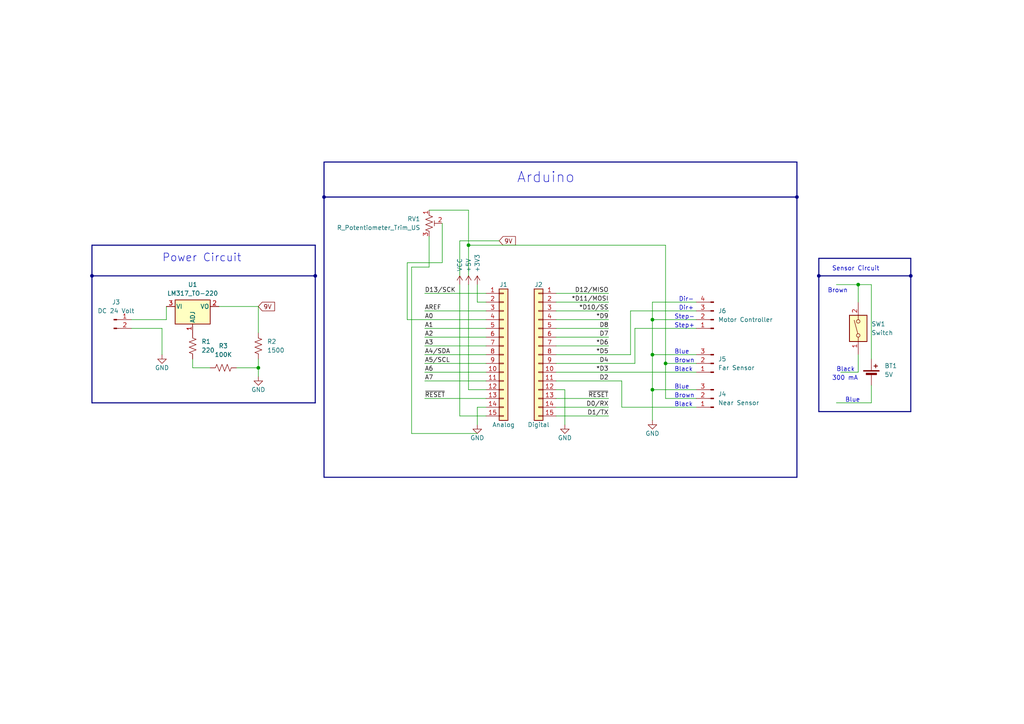
<source format=kicad_sch>
(kicad_sch (version 20230121) (generator eeschema)

  (uuid 0d35483a-0b12-46cc-b9f2-896fd6831779)

  (paper "A4")

  (title_block
    (date "sam. 04 avril 2015")
  )

  (lib_symbols
    (symbol "Connector:Conn_01x02_Pin" (pin_names (offset 1.016) hide) (in_bom yes) (on_board yes)
      (property "Reference" "J" (at 0 2.54 0)
        (effects (font (size 1.27 1.27)))
      )
      (property "Value" "Conn_01x02_Pin" (at 0 -5.08 0)
        (effects (font (size 1.27 1.27)))
      )
      (property "Footprint" "" (at 0 0 0)
        (effects (font (size 1.27 1.27)) hide)
      )
      (property "Datasheet" "~" (at 0 0 0)
        (effects (font (size 1.27 1.27)) hide)
      )
      (property "ki_locked" "" (at 0 0 0)
        (effects (font (size 1.27 1.27)))
      )
      (property "ki_keywords" "connector" (at 0 0 0)
        (effects (font (size 1.27 1.27)) hide)
      )
      (property "ki_description" "Generic connector, single row, 01x02, script generated" (at 0 0 0)
        (effects (font (size 1.27 1.27)) hide)
      )
      (property "ki_fp_filters" "Connector*:*_1x??_*" (at 0 0 0)
        (effects (font (size 1.27 1.27)) hide)
      )
      (symbol "Conn_01x02_Pin_1_1"
        (polyline
          (pts
            (xy 1.27 -2.54)
            (xy 0.8636 -2.54)
          )
          (stroke (width 0.1524) (type default))
          (fill (type none))
        )
        (polyline
          (pts
            (xy 1.27 0)
            (xy 0.8636 0)
          )
          (stroke (width 0.1524) (type default))
          (fill (type none))
        )
        (rectangle (start 0.8636 -2.413) (end 0 -2.667)
          (stroke (width 0.1524) (type default))
          (fill (type outline))
        )
        (rectangle (start 0.8636 0.127) (end 0 -0.127)
          (stroke (width 0.1524) (type default))
          (fill (type outline))
        )
        (pin passive line (at 5.08 0 180) (length 3.81)
          (name "Pin_1" (effects (font (size 1.27 1.27))))
          (number "1" (effects (font (size 1.27 1.27))))
        )
        (pin passive line (at 5.08 -2.54 180) (length 3.81)
          (name "Pin_2" (effects (font (size 1.27 1.27))))
          (number "2" (effects (font (size 1.27 1.27))))
        )
      )
    )
    (symbol "Connector:Conn_01x03_Pin" (pin_names (offset 1.016) hide) (in_bom yes) (on_board yes)
      (property "Reference" "J" (at 0 5.08 0)
        (effects (font (size 1.27 1.27)))
      )
      (property "Value" "Conn_01x03_Pin" (at 0 -5.08 0)
        (effects (font (size 1.27 1.27)))
      )
      (property "Footprint" "" (at 0 0 0)
        (effects (font (size 1.27 1.27)) hide)
      )
      (property "Datasheet" "~" (at 0 0 0)
        (effects (font (size 1.27 1.27)) hide)
      )
      (property "ki_locked" "" (at 0 0 0)
        (effects (font (size 1.27 1.27)))
      )
      (property "ki_keywords" "connector" (at 0 0 0)
        (effects (font (size 1.27 1.27)) hide)
      )
      (property "ki_description" "Generic connector, single row, 01x03, script generated" (at 0 0 0)
        (effects (font (size 1.27 1.27)) hide)
      )
      (property "ki_fp_filters" "Connector*:*_1x??_*" (at 0 0 0)
        (effects (font (size 1.27 1.27)) hide)
      )
      (symbol "Conn_01x03_Pin_1_1"
        (polyline
          (pts
            (xy 1.27 -2.54)
            (xy 0.8636 -2.54)
          )
          (stroke (width 0.1524) (type default))
          (fill (type none))
        )
        (polyline
          (pts
            (xy 1.27 0)
            (xy 0.8636 0)
          )
          (stroke (width 0.1524) (type default))
          (fill (type none))
        )
        (polyline
          (pts
            (xy 1.27 2.54)
            (xy 0.8636 2.54)
          )
          (stroke (width 0.1524) (type default))
          (fill (type none))
        )
        (rectangle (start 0.8636 -2.413) (end 0 -2.667)
          (stroke (width 0.1524) (type default))
          (fill (type outline))
        )
        (rectangle (start 0.8636 0.127) (end 0 -0.127)
          (stroke (width 0.1524) (type default))
          (fill (type outline))
        )
        (rectangle (start 0.8636 2.667) (end 0 2.413)
          (stroke (width 0.1524) (type default))
          (fill (type outline))
        )
        (pin passive line (at 5.08 2.54 180) (length 3.81)
          (name "Pin_1" (effects (font (size 1.27 1.27))))
          (number "1" (effects (font (size 1.27 1.27))))
        )
        (pin passive line (at 5.08 0 180) (length 3.81)
          (name "Pin_2" (effects (font (size 1.27 1.27))))
          (number "2" (effects (font (size 1.27 1.27))))
        )
        (pin passive line (at 5.08 -2.54 180) (length 3.81)
          (name "Pin_3" (effects (font (size 1.27 1.27))))
          (number "3" (effects (font (size 1.27 1.27))))
        )
      )
    )
    (symbol "Connector:Conn_01x04_Pin" (pin_names (offset 1.016) hide) (in_bom yes) (on_board yes)
      (property "Reference" "J" (at 0 5.08 0)
        (effects (font (size 1.27 1.27)))
      )
      (property "Value" "Conn_01x04_Pin" (at 0 -7.62 0)
        (effects (font (size 1.27 1.27)))
      )
      (property "Footprint" "" (at 0 0 0)
        (effects (font (size 1.27 1.27)) hide)
      )
      (property "Datasheet" "~" (at 0 0 0)
        (effects (font (size 1.27 1.27)) hide)
      )
      (property "ki_locked" "" (at 0 0 0)
        (effects (font (size 1.27 1.27)))
      )
      (property "ki_keywords" "connector" (at 0 0 0)
        (effects (font (size 1.27 1.27)) hide)
      )
      (property "ki_description" "Generic connector, single row, 01x04, script generated" (at 0 0 0)
        (effects (font (size 1.27 1.27)) hide)
      )
      (property "ki_fp_filters" "Connector*:*_1x??_*" (at 0 0 0)
        (effects (font (size 1.27 1.27)) hide)
      )
      (symbol "Conn_01x04_Pin_1_1"
        (polyline
          (pts
            (xy 1.27 -5.08)
            (xy 0.8636 -5.08)
          )
          (stroke (width 0.1524) (type default))
          (fill (type none))
        )
        (polyline
          (pts
            (xy 1.27 -2.54)
            (xy 0.8636 -2.54)
          )
          (stroke (width 0.1524) (type default))
          (fill (type none))
        )
        (polyline
          (pts
            (xy 1.27 0)
            (xy 0.8636 0)
          )
          (stroke (width 0.1524) (type default))
          (fill (type none))
        )
        (polyline
          (pts
            (xy 1.27 2.54)
            (xy 0.8636 2.54)
          )
          (stroke (width 0.1524) (type default))
          (fill (type none))
        )
        (rectangle (start 0.8636 -4.953) (end 0 -5.207)
          (stroke (width 0.1524) (type default))
          (fill (type outline))
        )
        (rectangle (start 0.8636 -2.413) (end 0 -2.667)
          (stroke (width 0.1524) (type default))
          (fill (type outline))
        )
        (rectangle (start 0.8636 0.127) (end 0 -0.127)
          (stroke (width 0.1524) (type default))
          (fill (type outline))
        )
        (rectangle (start 0.8636 2.667) (end 0 2.413)
          (stroke (width 0.1524) (type default))
          (fill (type outline))
        )
        (pin passive line (at 5.08 2.54 180) (length 3.81)
          (name "Pin_1" (effects (font (size 1.27 1.27))))
          (number "1" (effects (font (size 1.27 1.27))))
        )
        (pin passive line (at 5.08 0 180) (length 3.81)
          (name "Pin_2" (effects (font (size 1.27 1.27))))
          (number "2" (effects (font (size 1.27 1.27))))
        )
        (pin passive line (at 5.08 -2.54 180) (length 3.81)
          (name "Pin_3" (effects (font (size 1.27 1.27))))
          (number "3" (effects (font (size 1.27 1.27))))
        )
        (pin passive line (at 5.08 -5.08 180) (length 3.81)
          (name "Pin_4" (effects (font (size 1.27 1.27))))
          (number "4" (effects (font (size 1.27 1.27))))
        )
      )
    )
    (symbol "Connector_Generic:Conn_01x15" (pin_names (offset 1.016) hide) (in_bom yes) (on_board yes)
      (property "Reference" "J" (at 0 20.32 0)
        (effects (font (size 1.27 1.27)))
      )
      (property "Value" "Conn_01x15" (at 0 -20.32 0)
        (effects (font (size 1.27 1.27)))
      )
      (property "Footprint" "" (at 0 0 0)
        (effects (font (size 1.27 1.27)) hide)
      )
      (property "Datasheet" "~" (at 0 0 0)
        (effects (font (size 1.27 1.27)) hide)
      )
      (property "ki_keywords" "connector" (at 0 0 0)
        (effects (font (size 1.27 1.27)) hide)
      )
      (property "ki_description" "Generic connector, single row, 01x15, script generated (kicad-library-utils/schlib/autogen/connector/)" (at 0 0 0)
        (effects (font (size 1.27 1.27)) hide)
      )
      (property "ki_fp_filters" "Connector*:*_1x??_*" (at 0 0 0)
        (effects (font (size 1.27 1.27)) hide)
      )
      (symbol "Conn_01x15_1_1"
        (rectangle (start -1.27 -17.653) (end 0 -17.907)
          (stroke (width 0.1524) (type default))
          (fill (type none))
        )
        (rectangle (start -1.27 -15.113) (end 0 -15.367)
          (stroke (width 0.1524) (type default))
          (fill (type none))
        )
        (rectangle (start -1.27 -12.573) (end 0 -12.827)
          (stroke (width 0.1524) (type default))
          (fill (type none))
        )
        (rectangle (start -1.27 -10.033) (end 0 -10.287)
          (stroke (width 0.1524) (type default))
          (fill (type none))
        )
        (rectangle (start -1.27 -7.493) (end 0 -7.747)
          (stroke (width 0.1524) (type default))
          (fill (type none))
        )
        (rectangle (start -1.27 -4.953) (end 0 -5.207)
          (stroke (width 0.1524) (type default))
          (fill (type none))
        )
        (rectangle (start -1.27 -2.413) (end 0 -2.667)
          (stroke (width 0.1524) (type default))
          (fill (type none))
        )
        (rectangle (start -1.27 0.127) (end 0 -0.127)
          (stroke (width 0.1524) (type default))
          (fill (type none))
        )
        (rectangle (start -1.27 2.667) (end 0 2.413)
          (stroke (width 0.1524) (type default))
          (fill (type none))
        )
        (rectangle (start -1.27 5.207) (end 0 4.953)
          (stroke (width 0.1524) (type default))
          (fill (type none))
        )
        (rectangle (start -1.27 7.747) (end 0 7.493)
          (stroke (width 0.1524) (type default))
          (fill (type none))
        )
        (rectangle (start -1.27 10.287) (end 0 10.033)
          (stroke (width 0.1524) (type default))
          (fill (type none))
        )
        (rectangle (start -1.27 12.827) (end 0 12.573)
          (stroke (width 0.1524) (type default))
          (fill (type none))
        )
        (rectangle (start -1.27 15.367) (end 0 15.113)
          (stroke (width 0.1524) (type default))
          (fill (type none))
        )
        (rectangle (start -1.27 17.907) (end 0 17.653)
          (stroke (width 0.1524) (type default))
          (fill (type none))
        )
        (rectangle (start -1.27 19.05) (end 1.27 -19.05)
          (stroke (width 0.254) (type default))
          (fill (type background))
        )
        (pin passive line (at -5.08 17.78 0) (length 3.81)
          (name "Pin_1" (effects (font (size 1.27 1.27))))
          (number "1" (effects (font (size 1.27 1.27))))
        )
        (pin passive line (at -5.08 -5.08 0) (length 3.81)
          (name "Pin_10" (effects (font (size 1.27 1.27))))
          (number "10" (effects (font (size 1.27 1.27))))
        )
        (pin passive line (at -5.08 -7.62 0) (length 3.81)
          (name "Pin_11" (effects (font (size 1.27 1.27))))
          (number "11" (effects (font (size 1.27 1.27))))
        )
        (pin passive line (at -5.08 -10.16 0) (length 3.81)
          (name "Pin_12" (effects (font (size 1.27 1.27))))
          (number "12" (effects (font (size 1.27 1.27))))
        )
        (pin passive line (at -5.08 -12.7 0) (length 3.81)
          (name "Pin_13" (effects (font (size 1.27 1.27))))
          (number "13" (effects (font (size 1.27 1.27))))
        )
        (pin passive line (at -5.08 -15.24 0) (length 3.81)
          (name "Pin_14" (effects (font (size 1.27 1.27))))
          (number "14" (effects (font (size 1.27 1.27))))
        )
        (pin passive line (at -5.08 -17.78 0) (length 3.81)
          (name "Pin_15" (effects (font (size 1.27 1.27))))
          (number "15" (effects (font (size 1.27 1.27))))
        )
        (pin passive line (at -5.08 15.24 0) (length 3.81)
          (name "Pin_2" (effects (font (size 1.27 1.27))))
          (number "2" (effects (font (size 1.27 1.27))))
        )
        (pin passive line (at -5.08 12.7 0) (length 3.81)
          (name "Pin_3" (effects (font (size 1.27 1.27))))
          (number "3" (effects (font (size 1.27 1.27))))
        )
        (pin passive line (at -5.08 10.16 0) (length 3.81)
          (name "Pin_4" (effects (font (size 1.27 1.27))))
          (number "4" (effects (font (size 1.27 1.27))))
        )
        (pin passive line (at -5.08 7.62 0) (length 3.81)
          (name "Pin_5" (effects (font (size 1.27 1.27))))
          (number "5" (effects (font (size 1.27 1.27))))
        )
        (pin passive line (at -5.08 5.08 0) (length 3.81)
          (name "Pin_6" (effects (font (size 1.27 1.27))))
          (number "6" (effects (font (size 1.27 1.27))))
        )
        (pin passive line (at -5.08 2.54 0) (length 3.81)
          (name "Pin_7" (effects (font (size 1.27 1.27))))
          (number "7" (effects (font (size 1.27 1.27))))
        )
        (pin passive line (at -5.08 0 0) (length 3.81)
          (name "Pin_8" (effects (font (size 1.27 1.27))))
          (number "8" (effects (font (size 1.27 1.27))))
        )
        (pin passive line (at -5.08 -2.54 0) (length 3.81)
          (name "Pin_9" (effects (font (size 1.27 1.27))))
          (number "9" (effects (font (size 1.27 1.27))))
        )
      )
    )
    (symbol "Device:Battery_Cell" (pin_numbers hide) (pin_names (offset 0) hide) (in_bom yes) (on_board yes)
      (property "Reference" "BT" (at 2.54 2.54 0)
        (effects (font (size 1.27 1.27)) (justify left))
      )
      (property "Value" "Battery_Cell" (at 2.54 0 0)
        (effects (font (size 1.27 1.27)) (justify left))
      )
      (property "Footprint" "" (at 0 1.524 90)
        (effects (font (size 1.27 1.27)) hide)
      )
      (property "Datasheet" "~" (at 0 1.524 90)
        (effects (font (size 1.27 1.27)) hide)
      )
      (property "ki_keywords" "battery cell" (at 0 0 0)
        (effects (font (size 1.27 1.27)) hide)
      )
      (property "ki_description" "Single-cell battery" (at 0 0 0)
        (effects (font (size 1.27 1.27)) hide)
      )
      (symbol "Battery_Cell_0_1"
        (rectangle (start -2.286 1.778) (end 2.286 1.524)
          (stroke (width 0) (type default))
          (fill (type outline))
        )
        (rectangle (start -1.524 1.016) (end 1.524 0.508)
          (stroke (width 0) (type default))
          (fill (type outline))
        )
        (polyline
          (pts
            (xy 0 0.762)
            (xy 0 0)
          )
          (stroke (width 0) (type default))
          (fill (type none))
        )
        (polyline
          (pts
            (xy 0 1.778)
            (xy 0 2.54)
          )
          (stroke (width 0) (type default))
          (fill (type none))
        )
        (polyline
          (pts
            (xy 0.762 3.048)
            (xy 1.778 3.048)
          )
          (stroke (width 0.254) (type default))
          (fill (type none))
        )
        (polyline
          (pts
            (xy 1.27 3.556)
            (xy 1.27 2.54)
          )
          (stroke (width 0.254) (type default))
          (fill (type none))
        )
      )
      (symbol "Battery_Cell_1_1"
        (pin passive line (at 0 5.08 270) (length 2.54)
          (name "+" (effects (font (size 1.27 1.27))))
          (number "1" (effects (font (size 1.27 1.27))))
        )
        (pin passive line (at 0 -2.54 90) (length 2.54)
          (name "-" (effects (font (size 1.27 1.27))))
          (number "2" (effects (font (size 1.27 1.27))))
        )
      )
    )
    (symbol "Device:R_Potentiometer_Trim_US" (pin_names (offset 1.016) hide) (in_bom yes) (on_board yes)
      (property "Reference" "RV" (at -4.445 0 90)
        (effects (font (size 1.27 1.27)))
      )
      (property "Value" "R_Potentiometer_Trim_US" (at -2.54 0 90)
        (effects (font (size 1.27 1.27)))
      )
      (property "Footprint" "" (at 0 0 0)
        (effects (font (size 1.27 1.27)) hide)
      )
      (property "Datasheet" "~" (at 0 0 0)
        (effects (font (size 1.27 1.27)) hide)
      )
      (property "ki_keywords" "resistor variable trimpot trimmer" (at 0 0 0)
        (effects (font (size 1.27 1.27)) hide)
      )
      (property "ki_description" "Trim-potentiometer, US symbol" (at 0 0 0)
        (effects (font (size 1.27 1.27)) hide)
      )
      (property "ki_fp_filters" "Potentiometer*" (at 0 0 0)
        (effects (font (size 1.27 1.27)) hide)
      )
      (symbol "R_Potentiometer_Trim_US_0_1"
        (polyline
          (pts
            (xy 0 -2.286)
            (xy 0 -2.54)
          )
          (stroke (width 0) (type default))
          (fill (type none))
        )
        (polyline
          (pts
            (xy 0 2.286)
            (xy 0 2.54)
          )
          (stroke (width 0) (type default))
          (fill (type none))
        )
        (polyline
          (pts
            (xy 1.524 0.762)
            (xy 1.524 -0.762)
          )
          (stroke (width 0) (type default))
          (fill (type none))
        )
        (polyline
          (pts
            (xy 2.54 0)
            (xy 1.524 0)
          )
          (stroke (width 0) (type default))
          (fill (type none))
        )
        (polyline
          (pts
            (xy 0 -0.762)
            (xy 1.016 -1.143)
            (xy 0 -1.524)
            (xy -1.016 -1.905)
            (xy 0 -2.286)
          )
          (stroke (width 0) (type default))
          (fill (type none))
        )
        (polyline
          (pts
            (xy 0 0.762)
            (xy 1.016 0.381)
            (xy 0 0)
            (xy -1.016 -0.381)
            (xy 0 -0.762)
          )
          (stroke (width 0) (type default))
          (fill (type none))
        )
        (polyline
          (pts
            (xy 0 2.286)
            (xy 1.016 1.905)
            (xy 0 1.524)
            (xy -1.016 1.143)
            (xy 0 0.762)
          )
          (stroke (width 0) (type default))
          (fill (type none))
        )
      )
      (symbol "R_Potentiometer_Trim_US_1_1"
        (pin passive line (at 0 3.81 270) (length 1.27)
          (name "1" (effects (font (size 1.27 1.27))))
          (number "1" (effects (font (size 1.27 1.27))))
        )
        (pin passive line (at 3.81 0 180) (length 1.27)
          (name "2" (effects (font (size 1.27 1.27))))
          (number "2" (effects (font (size 1.27 1.27))))
        )
        (pin passive line (at 0 -3.81 90) (length 1.27)
          (name "3" (effects (font (size 1.27 1.27))))
          (number "3" (effects (font (size 1.27 1.27))))
        )
      )
    )
    (symbol "Device:R_US" (pin_numbers hide) (pin_names (offset 0)) (in_bom yes) (on_board yes)
      (property "Reference" "R" (at 2.54 0 90)
        (effects (font (size 1.27 1.27)))
      )
      (property "Value" "R_US" (at -2.54 0 90)
        (effects (font (size 1.27 1.27)))
      )
      (property "Footprint" "" (at 1.016 -0.254 90)
        (effects (font (size 1.27 1.27)) hide)
      )
      (property "Datasheet" "~" (at 0 0 0)
        (effects (font (size 1.27 1.27)) hide)
      )
      (property "ki_keywords" "R res resistor" (at 0 0 0)
        (effects (font (size 1.27 1.27)) hide)
      )
      (property "ki_description" "Resistor, US symbol" (at 0 0 0)
        (effects (font (size 1.27 1.27)) hide)
      )
      (property "ki_fp_filters" "R_*" (at 0 0 0)
        (effects (font (size 1.27 1.27)) hide)
      )
      (symbol "R_US_0_1"
        (polyline
          (pts
            (xy 0 -2.286)
            (xy 0 -2.54)
          )
          (stroke (width 0) (type default))
          (fill (type none))
        )
        (polyline
          (pts
            (xy 0 2.286)
            (xy 0 2.54)
          )
          (stroke (width 0) (type default))
          (fill (type none))
        )
        (polyline
          (pts
            (xy 0 -0.762)
            (xy 1.016 -1.143)
            (xy 0 -1.524)
            (xy -1.016 -1.905)
            (xy 0 -2.286)
          )
          (stroke (width 0) (type default))
          (fill (type none))
        )
        (polyline
          (pts
            (xy 0 0.762)
            (xy 1.016 0.381)
            (xy 0 0)
            (xy -1.016 -0.381)
            (xy 0 -0.762)
          )
          (stroke (width 0) (type default))
          (fill (type none))
        )
        (polyline
          (pts
            (xy 0 2.286)
            (xy 1.016 1.905)
            (xy 0 1.524)
            (xy -1.016 1.143)
            (xy 0 0.762)
          )
          (stroke (width 0) (type default))
          (fill (type none))
        )
      )
      (symbol "R_US_1_1"
        (pin passive line (at 0 3.81 270) (length 1.27)
          (name "~" (effects (font (size 1.27 1.27))))
          (number "1" (effects (font (size 1.27 1.27))))
        )
        (pin passive line (at 0 -3.81 90) (length 1.27)
          (name "~" (effects (font (size 1.27 1.27))))
          (number "2" (effects (font (size 1.27 1.27))))
        )
      )
    )
    (symbol "Regulator_Linear:LM317_TO-220" (pin_names (offset 0.254)) (in_bom yes) (on_board yes)
      (property "Reference" "U" (at -3.81 3.175 0)
        (effects (font (size 1.27 1.27)))
      )
      (property "Value" "LM317_TO-220" (at 0 3.175 0)
        (effects (font (size 1.27 1.27)) (justify left))
      )
      (property "Footprint" "Package_TO_SOT_THT:TO-220-3_Vertical" (at 0 6.35 0)
        (effects (font (size 1.27 1.27) italic) hide)
      )
      (property "Datasheet" "http://www.ti.com/lit/ds/symlink/lm317.pdf" (at 0 0 0)
        (effects (font (size 1.27 1.27)) hide)
      )
      (property "ki_keywords" "Adjustable Voltage Regulator 1A Positive" (at 0 0 0)
        (effects (font (size 1.27 1.27)) hide)
      )
      (property "ki_description" "1.5A 35V Adjustable Linear Regulator, TO-220" (at 0 0 0)
        (effects (font (size 1.27 1.27)) hide)
      )
      (property "ki_fp_filters" "TO?220*" (at 0 0 0)
        (effects (font (size 1.27 1.27)) hide)
      )
      (symbol "LM317_TO-220_0_1"
        (rectangle (start -5.08 1.905) (end 5.08 -5.08)
          (stroke (width 0.254) (type default))
          (fill (type background))
        )
      )
      (symbol "LM317_TO-220_1_1"
        (pin input line (at 0 -7.62 90) (length 2.54)
          (name "ADJ" (effects (font (size 1.27 1.27))))
          (number "1" (effects (font (size 1.27 1.27))))
        )
        (pin power_out line (at 7.62 0 180) (length 2.54)
          (name "VO" (effects (font (size 1.27 1.27))))
          (number "2" (effects (font (size 1.27 1.27))))
        )
        (pin power_in line (at -7.62 0 0) (length 2.54)
          (name "VI" (effects (font (size 1.27 1.27))))
          (number "3" (effects (font (size 1.27 1.27))))
        )
      )
    )
    (symbol "Switch:SW_DIP_x01" (pin_names (offset 0) hide) (in_bom yes) (on_board yes)
      (property "Reference" "SW" (at 0 3.81 0)
        (effects (font (size 1.27 1.27)))
      )
      (property "Value" "SW_DIP_x01" (at 0 -3.81 0)
        (effects (font (size 1.27 1.27)))
      )
      (property "Footprint" "" (at 0 0 0)
        (effects (font (size 1.27 1.27)) hide)
      )
      (property "Datasheet" "~" (at 0 0 0)
        (effects (font (size 1.27 1.27)) hide)
      )
      (property "ki_keywords" "dip switch" (at 0 0 0)
        (effects (font (size 1.27 1.27)) hide)
      )
      (property "ki_description" "1x DIP Switch, Single Pole Single Throw (SPST) switch, small symbol" (at 0 0 0)
        (effects (font (size 1.27 1.27)) hide)
      )
      (property "ki_fp_filters" "SW?DIP?x1*" (at 0 0 0)
        (effects (font (size 1.27 1.27)) hide)
      )
      (symbol "SW_DIP_x01_0_0"
        (circle (center -2.032 0) (radius 0.508)
          (stroke (width 0) (type default))
          (fill (type none))
        )
        (polyline
          (pts
            (xy -1.524 0.127)
            (xy 2.3622 1.1684)
          )
          (stroke (width 0) (type default))
          (fill (type none))
        )
        (circle (center 2.032 0) (radius 0.508)
          (stroke (width 0) (type default))
          (fill (type none))
        )
      )
      (symbol "SW_DIP_x01_0_1"
        (rectangle (start -3.81 2.54) (end 3.81 -2.54)
          (stroke (width 0.254) (type default))
          (fill (type background))
        )
      )
      (symbol "SW_DIP_x01_1_1"
        (pin passive line (at -7.62 0 0) (length 5.08)
          (name "~" (effects (font (size 1.27 1.27))))
          (number "1" (effects (font (size 1.27 1.27))))
        )
        (pin passive line (at 7.62 0 180) (length 5.08)
          (name "~" (effects (font (size 1.27 1.27))))
          (number "2" (effects (font (size 1.27 1.27))))
        )
      )
    )
    (symbol "power:+3.3V" (power) (pin_names (offset 0)) (in_bom yes) (on_board yes)
      (property "Reference" "#PWR" (at 0 -3.81 0)
        (effects (font (size 1.27 1.27)) hide)
      )
      (property "Value" "+3.3V" (at 0 3.556 0)
        (effects (font (size 1.27 1.27)))
      )
      (property "Footprint" "" (at 0 0 0)
        (effects (font (size 1.27 1.27)) hide)
      )
      (property "Datasheet" "" (at 0 0 0)
        (effects (font (size 1.27 1.27)) hide)
      )
      (property "ki_keywords" "power-flag" (at 0 0 0)
        (effects (font (size 1.27 1.27)) hide)
      )
      (property "ki_description" "Power symbol creates a global label with name \"+3.3V\"" (at 0 0 0)
        (effects (font (size 1.27 1.27)) hide)
      )
      (symbol "+3.3V_0_1"
        (polyline
          (pts
            (xy -0.762 1.27)
            (xy 0 2.54)
          )
          (stroke (width 0) (type default))
          (fill (type none))
        )
        (polyline
          (pts
            (xy 0 0)
            (xy 0 2.54)
          )
          (stroke (width 0) (type default))
          (fill (type none))
        )
        (polyline
          (pts
            (xy 0 2.54)
            (xy 0.762 1.27)
          )
          (stroke (width 0) (type default))
          (fill (type none))
        )
      )
      (symbol "+3.3V_1_1"
        (pin power_in line (at 0 0 90) (length 0) hide
          (name "+3V3" (effects (font (size 1.27 1.27))))
          (number "1" (effects (font (size 1.27 1.27))))
        )
      )
    )
    (symbol "power:+5V" (power) (pin_names (offset 0)) (in_bom yes) (on_board yes)
      (property "Reference" "#PWR" (at 0 -3.81 0)
        (effects (font (size 1.27 1.27)) hide)
      )
      (property "Value" "+5V" (at 0 3.556 0)
        (effects (font (size 1.27 1.27)))
      )
      (property "Footprint" "" (at 0 0 0)
        (effects (font (size 1.27 1.27)) hide)
      )
      (property "Datasheet" "" (at 0 0 0)
        (effects (font (size 1.27 1.27)) hide)
      )
      (property "ki_keywords" "power-flag" (at 0 0 0)
        (effects (font (size 1.27 1.27)) hide)
      )
      (property "ki_description" "Power symbol creates a global label with name \"+5V\"" (at 0 0 0)
        (effects (font (size 1.27 1.27)) hide)
      )
      (symbol "+5V_0_1"
        (polyline
          (pts
            (xy -0.762 1.27)
            (xy 0 2.54)
          )
          (stroke (width 0) (type default))
          (fill (type none))
        )
        (polyline
          (pts
            (xy 0 0)
            (xy 0 2.54)
          )
          (stroke (width 0) (type default))
          (fill (type none))
        )
        (polyline
          (pts
            (xy 0 2.54)
            (xy 0.762 1.27)
          )
          (stroke (width 0) (type default))
          (fill (type none))
        )
      )
      (symbol "+5V_1_1"
        (pin power_in line (at 0 0 90) (length 0) hide
          (name "+5V" (effects (font (size 1.27 1.27))))
          (number "1" (effects (font (size 1.27 1.27))))
        )
      )
    )
    (symbol "power:GND" (power) (pin_names (offset 0)) (in_bom yes) (on_board yes)
      (property "Reference" "#PWR" (at 0 -6.35 0)
        (effects (font (size 1.27 1.27)) hide)
      )
      (property "Value" "GND" (at 0 -3.81 0)
        (effects (font (size 1.27 1.27)))
      )
      (property "Footprint" "" (at 0 0 0)
        (effects (font (size 1.27 1.27)) hide)
      )
      (property "Datasheet" "" (at 0 0 0)
        (effects (font (size 1.27 1.27)) hide)
      )
      (property "ki_keywords" "power-flag" (at 0 0 0)
        (effects (font (size 1.27 1.27)) hide)
      )
      (property "ki_description" "Power symbol creates a global label with name \"GND\" , ground" (at 0 0 0)
        (effects (font (size 1.27 1.27)) hide)
      )
      (symbol "GND_0_1"
        (polyline
          (pts
            (xy 0 0)
            (xy 0 -1.27)
            (xy 1.27 -1.27)
            (xy 0 -2.54)
            (xy -1.27 -1.27)
            (xy 0 -1.27)
          )
          (stroke (width 0) (type default))
          (fill (type none))
        )
      )
      (symbol "GND_1_1"
        (pin power_in line (at 0 0 270) (length 0) hide
          (name "GND" (effects (font (size 1.27 1.27))))
          (number "1" (effects (font (size 1.27 1.27))))
        )
      )
    )
    (symbol "power:VCC" (power) (pin_names (offset 0)) (in_bom yes) (on_board yes)
      (property "Reference" "#PWR" (at 0 -3.81 0)
        (effects (font (size 1.27 1.27)) hide)
      )
      (property "Value" "VCC" (at 0 3.81 0)
        (effects (font (size 1.27 1.27)))
      )
      (property "Footprint" "" (at 0 0 0)
        (effects (font (size 1.27 1.27)) hide)
      )
      (property "Datasheet" "" (at 0 0 0)
        (effects (font (size 1.27 1.27)) hide)
      )
      (property "ki_keywords" "power-flag" (at 0 0 0)
        (effects (font (size 1.27 1.27)) hide)
      )
      (property "ki_description" "Power symbol creates a global label with name \"VCC\"" (at 0 0 0)
        (effects (font (size 1.27 1.27)) hide)
      )
      (symbol "VCC_0_1"
        (polyline
          (pts
            (xy -0.762 1.27)
            (xy 0 2.54)
          )
          (stroke (width 0) (type default))
          (fill (type none))
        )
        (polyline
          (pts
            (xy 0 0)
            (xy 0 2.54)
          )
          (stroke (width 0) (type default))
          (fill (type none))
        )
        (polyline
          (pts
            (xy 0 2.54)
            (xy 0.762 1.27)
          )
          (stroke (width 0) (type default))
          (fill (type none))
        )
      )
      (symbol "VCC_1_1"
        (pin power_in line (at 0 0 90) (length 0) hide
          (name "VCC" (effects (font (size 1.27 1.27))))
          (number "1" (effects (font (size 1.27 1.27))))
        )
      )
    )
  )

  (junction (at 248.92 82.55) (diameter 0) (color 0 0 0 0)
    (uuid 05e03f29-f118-455d-b7f9-5fb5a346c17c)
  )
  (junction (at 26.67 80.01) (diameter 0) (color 0 0 0 0)
    (uuid 22752e59-fae6-4049-af80-ae67e227d5da)
  )
  (junction (at 231.14 57.15) (diameter 0) (color 0 0 0 0)
    (uuid 51ebcd2d-2826-4af4-9a99-78fafde83dcd)
  )
  (junction (at 74.93 106.68) (diameter 0) (color 0 0 0 0)
    (uuid 57e109b2-5d7a-4239-aa3b-dc2c90b4c170)
  )
  (junction (at 135.89 71.12) (diameter 0) (color 0 0 0 0)
    (uuid 7bf8bfb0-b272-4118-ae12-b96ca7b48162)
  )
  (junction (at 237.49 80.01) (diameter 0) (color 0 0 0 0)
    (uuid 7cf1e082-65c5-40b7-9f81-ac5e72ec4000)
  )
  (junction (at 193.04 105.41) (diameter 0) (color 0 0 0 0)
    (uuid 81bd855a-d4a7-45bc-ac68-3f5a1e807146)
  )
  (junction (at 264.16 80.01) (diameter 0) (color 0 0 0 0)
    (uuid 9a26e89f-0ed4-4da3-b719-7acd828ea41c)
  )
  (junction (at 93.98 57.15) (diameter 0) (color 0 0 0 0)
    (uuid b199c7ca-b3dc-4361-8b6c-2d5b83637ef0)
  )
  (junction (at 189.23 113.03) (diameter 0) (color 0 0 0 0)
    (uuid c36dd3d8-9746-4d6f-9378-a2440a7b19f8)
  )
  (junction (at 91.44 80.01) (diameter 0) (color 0 0 0 0)
    (uuid d0fe7f00-4793-4067-b309-68f1e153b6a8)
  )
  (junction (at 189.23 92.71) (diameter 0) (color 0 0 0 0)
    (uuid ef93aea1-73f6-45c7-80de-d2e6de28b138)
  )
  (junction (at 189.23 102.87) (diameter 0) (color 0 0 0 0)
    (uuid f17d0487-e3a1-4ac8-b3be-a8aa8fdc9586)
  )

  (wire (pts (xy 135.89 80.01) (xy 135.89 71.12))
    (stroke (width 0) (type default))
    (uuid 0000576f-25ab-4589-a291-84cf1a5caa2e)
  )
  (bus (pts (xy 264.16 119.38) (xy 264.16 80.01))
    (stroke (width 0) (type default))
    (uuid 004f11ec-fe36-44f5-9332-154fd8218813)
  )

  (wire (pts (xy 161.29 118.11) (xy 176.53 118.11))
    (stroke (width 0) (type solid))
    (uuid 004f77db-035a-4124-a1f6-b93657669896)
  )
  (wire (pts (xy 193.04 105.41) (xy 201.93 105.41))
    (stroke (width 0) (type default))
    (uuid 027c5339-2fda-4b2e-9a98-b650df0a8ab8)
  )
  (wire (pts (xy 140.97 87.63) (xy 138.43 87.63))
    (stroke (width 0) (type solid))
    (uuid 0613c665-681f-415e-b037-3a4028b50f8f)
  )
  (wire (pts (xy 189.23 102.87) (xy 189.23 113.03))
    (stroke (width 0) (type default))
    (uuid 0833b86a-3d9c-4361-947f-9e09d0a37909)
  )
  (bus (pts (xy 237.49 119.38) (xy 264.16 119.38))
    (stroke (width 0) (type default))
    (uuid 08abc95f-61ef-48ac-af3b-a2eb8b7b964b)
  )

  (wire (pts (xy 180.34 118.11) (xy 180.34 110.49))
    (stroke (width 0) (type default))
    (uuid 113b448d-2435-433e-8071-449b6af7a06f)
  )
  (wire (pts (xy 135.89 71.12) (xy 193.04 71.12))
    (stroke (width 0) (type default))
    (uuid 14a2067d-afea-41ca-a8ab-26ac50c20049)
  )
  (wire (pts (xy 252.73 111.76) (xy 252.73 116.84))
    (stroke (width 0) (type default))
    (uuid 16e8b84e-b739-4cba-8d2c-14431dbe7946)
  )
  (wire (pts (xy 123.19 97.79) (xy 140.97 97.79))
    (stroke (width 0) (type solid))
    (uuid 1cb78ae5-9892-491d-a804-f89292a637d8)
  )
  (wire (pts (xy 123.19 102.87) (xy 140.97 102.87))
    (stroke (width 0) (type solid))
    (uuid 1ec744a7-b90b-4c61-88bc-2c9aac322afd)
  )
  (wire (pts (xy 135.89 82.55) (xy 135.89 113.03))
    (stroke (width 0) (type solid))
    (uuid 22a763f9-a4ea-4493-a861-a12440c0ac58)
  )
  (wire (pts (xy 140.97 113.03) (xy 135.89 113.03))
    (stroke (width 0) (type solid))
    (uuid 22a763f9-a4ea-4493-a861-a12440c0ac59)
  )
  (wire (pts (xy 248.92 102.87) (xy 248.92 107.95))
    (stroke (width 0) (type default))
    (uuid 23d1a6f7-0162-4ee2-a45f-8a82f670b52c)
  )
  (wire (pts (xy 48.26 88.9) (xy 48.26 92.71))
    (stroke (width 0) (type default))
    (uuid 2a86a305-02f5-4cb6-adef-550ba80728b6)
  )
  (wire (pts (xy 201.93 113.03) (xy 189.23 113.03))
    (stroke (width 0) (type default))
    (uuid 2b0242e6-034e-4bd3-9e37-bc4797e071a6)
  )
  (wire (pts (xy 128.27 64.77) (xy 128.27 76.2))
    (stroke (width 0) (type default))
    (uuid 2e33d69c-234e-439f-ada4-d2e28049abac)
  )
  (wire (pts (xy 74.93 88.9) (xy 74.93 96.52))
    (stroke (width 0) (type default))
    (uuid 2fded92d-fc53-48f3-b865-5414b470a773)
  )
  (wire (pts (xy 123.19 100.33) (xy 140.97 100.33))
    (stroke (width 0) (type solid))
    (uuid 37647ca6-681d-4668-be6f-538f6740826c)
  )
  (wire (pts (xy 161.29 90.17) (xy 176.53 90.17))
    (stroke (width 0) (type solid))
    (uuid 3880afe5-062c-41ae-8e76-f55acbf5ead9)
  )
  (wire (pts (xy 124.46 68.58) (xy 124.46 77.47))
    (stroke (width 0) (type default))
    (uuid 3da49696-1b01-4ec3-b59a-440673b38593)
  )
  (wire (pts (xy 252.73 104.14) (xy 252.73 82.55))
    (stroke (width 0) (type default))
    (uuid 408d82b1-6a67-4064-801f-c233849d663a)
  )
  (wire (pts (xy 189.23 92.71) (xy 189.23 102.87))
    (stroke (width 0) (type default))
    (uuid 4290dea0-d1e7-45d9-8fa8-e6eb8a2a2f6d)
  )
  (bus (pts (xy 91.44 71.12) (xy 91.44 80.01))
    (stroke (width 0) (type default))
    (uuid 43bf081b-0d37-4c78-a778-74257001b2b6)
  )

  (wire (pts (xy 55.88 106.68) (xy 60.96 106.68))
    (stroke (width 0) (type default))
    (uuid 44f033b8-9f82-4cca-97ea-dae252f8b59c)
  )
  (bus (pts (xy 237.49 74.93) (xy 237.49 80.01))
    (stroke (width 0) (type default))
    (uuid 46b3c0f5-6f48-49df-827f-5a9db8f0fb9e)
  )

  (wire (pts (xy 118.11 76.2) (xy 118.11 92.71))
    (stroke (width 0) (type default))
    (uuid 4a4de07e-1026-4ff0-a727-dd76e67fbf7a)
  )
  (wire (pts (xy 242.57 116.84) (xy 252.73 116.84))
    (stroke (width 0) (type default))
    (uuid 4aa1f1af-ad5f-43e3-a010-ffb05649d6d1)
  )
  (bus (pts (xy 231.14 57.15) (xy 93.98 57.15))
    (stroke (width 0) (type default))
    (uuid 4ad4bdb7-572e-4d77-a25a-0a752feafedc)
  )

  (wire (pts (xy 161.29 95.25) (xy 176.53 95.25))
    (stroke (width 0) (type solid))
    (uuid 4b5c1736-e9f2-47b1-8849-dab775154a2d)
  )
  (wire (pts (xy 161.29 97.79) (xy 176.53 97.79))
    (stroke (width 0) (type solid))
    (uuid 512cab5f-43f3-4ecd-9d7a-7bf8592e8118)
  )
  (wire (pts (xy 182.88 90.17) (xy 182.88 102.87))
    (stroke (width 0) (type default))
    (uuid 51808fa8-fe44-4fe6-9edb-c1db3006ebb3)
  )
  (wire (pts (xy 46.99 95.25) (xy 46.99 102.87))
    (stroke (width 0) (type default))
    (uuid 54e0a18a-1ba2-48ac-9ae7-6b52d42ca29f)
  )
  (wire (pts (xy 201.93 90.17) (xy 182.88 90.17))
    (stroke (width 0) (type default))
    (uuid 6014a9d4-1961-4793-813c-a9a9d3785b93)
  )
  (wire (pts (xy 193.04 105.41) (xy 193.04 115.57))
    (stroke (width 0) (type default))
    (uuid 61d3944e-f6d4-4c49-bcf9-50cf79d59a02)
  )
  (wire (pts (xy 38.1 95.25) (xy 46.99 95.25))
    (stroke (width 0) (type default))
    (uuid 631b164f-9a20-4edb-bf04-0b411909341c)
  )
  (wire (pts (xy 161.29 110.49) (xy 180.34 110.49))
    (stroke (width 0) (type solid))
    (uuid 63b67fc0-88dc-479c-a19a-cf4186180a76)
  )
  (wire (pts (xy 201.93 92.71) (xy 189.23 92.71))
    (stroke (width 0) (type default))
    (uuid 686a322b-01e3-4550-93a0-bf63ef91849b)
  )
  (wire (pts (xy 193.04 115.57) (xy 201.93 115.57))
    (stroke (width 0) (type default))
    (uuid 6d4baae8-fda4-4e61-8d42-d2523a49bee2)
  )
  (wire (pts (xy 189.23 87.63) (xy 189.23 92.71))
    (stroke (width 0) (type default))
    (uuid 6ddf97c8-5b55-4568-87be-494d19b0950f)
  )
  (bus (pts (xy 26.67 116.84) (xy 91.44 116.84))
    (stroke (width 0) (type default))
    (uuid 6ebde5b6-68a5-4f6d-83fa-f66aa4f89020)
  )

  (wire (pts (xy 128.27 76.2) (xy 118.11 76.2))
    (stroke (width 0) (type default))
    (uuid 704f4a71-316f-42da-b7b2-deceab20e06f)
  )
  (wire (pts (xy 68.58 106.68) (xy 74.93 106.68))
    (stroke (width 0) (type default))
    (uuid 7639dd8e-33fb-49c7-bf47-7455b7c33cd8)
  )
  (wire (pts (xy 123.19 90.17) (xy 140.97 90.17))
    (stroke (width 0) (type solid))
    (uuid 7b8d3495-5da9-45a1-9c2f-15e172063ffa)
  )
  (wire (pts (xy 201.93 102.87) (xy 189.23 102.87))
    (stroke (width 0) (type default))
    (uuid 7c1875c5-c878-4d13-9133-325e7699f7fb)
  )
  (wire (pts (xy 161.29 102.87) (xy 182.88 102.87))
    (stroke (width 0) (type solid))
    (uuid 80efb8ec-d89c-4864-9595-9b53a7277783)
  )
  (wire (pts (xy 138.43 82.55) (xy 138.43 87.63))
    (stroke (width 0) (type solid))
    (uuid 827b62c7-27f3-4490-8202-02430e85a9da)
  )
  (wire (pts (xy 161.29 113.03) (xy 163.83 113.03))
    (stroke (width 0) (type solid))
    (uuid 830176a4-b2e6-4aa8-8d82-7b03b5cb1637)
  )
  (wire (pts (xy 74.93 104.14) (xy 74.93 106.68))
    (stroke (width 0) (type default))
    (uuid 84777295-d688-4dac-a4c6-f47b31410f1b)
  )
  (wire (pts (xy 63.5 88.9) (xy 74.93 88.9))
    (stroke (width 0) (type default))
    (uuid 85907344-3601-4c09-9c77-4934055b86ab)
  )
  (wire (pts (xy 144.78 69.85) (xy 133.35 69.85))
    (stroke (width 0) (type default))
    (uuid 8795725a-d083-4ea2-9604-4b893230dcaf)
  )
  (wire (pts (xy 161.29 85.09) (xy 176.53 85.09))
    (stroke (width 0) (type solid))
    (uuid 890dba85-5364-490f-b26f-bd65acd5d756)
  )
  (wire (pts (xy 133.35 82.55) (xy 133.35 120.65))
    (stroke (width 0) (type solid))
    (uuid 8991b924-f721-48ae-a82d-04118434898d)
  )
  (wire (pts (xy 140.97 120.65) (xy 133.35 120.65))
    (stroke (width 0) (type solid))
    (uuid 8991b924-f721-48ae-a82d-04118434898e)
  )
  (wire (pts (xy 243.84 107.95) (xy 248.92 107.95))
    (stroke (width 0) (type default))
    (uuid 8a8bb964-04c2-41fb-8baa-7dfd7456334e)
  )
  (bus (pts (xy 93.98 46.99) (xy 231.14 46.99))
    (stroke (width 0) (type default))
    (uuid 8a9c88d2-1919-4c04-b0fd-039b08ca7096)
  )

  (wire (pts (xy 123.19 115.57) (xy 140.97 115.57))
    (stroke (width 0) (type solid))
    (uuid 8df6175a-1f21-487b-88c3-8a5a9f2319d7)
  )
  (wire (pts (xy 55.88 104.14) (xy 55.88 106.68))
    (stroke (width 0) (type default))
    (uuid 8f15b602-6710-4a1c-9605-d6460f6c9898)
  )
  (wire (pts (xy 161.29 100.33) (xy 176.53 100.33))
    (stroke (width 0) (type solid))
    (uuid 92f2ec1a-1ec5-4737-a86d-0627998779c7)
  )
  (wire (pts (xy 161.29 105.41) (xy 184.15 105.41))
    (stroke (width 0) (type solid))
    (uuid 9427daf4-89bd-4fb4-a139-de482bcb6250)
  )
  (bus (pts (xy 91.44 80.01) (xy 91.44 116.84))
    (stroke (width 0) (type default))
    (uuid 958b48d7-afba-4eb4-ae2d-a149411bd8b4)
  )

  (wire (pts (xy 201.93 87.63) (xy 189.23 87.63))
    (stroke (width 0) (type default))
    (uuid 95a67820-8016-4cdc-9139-7e9a21eb56d0)
  )
  (bus (pts (xy 93.98 57.15) (xy 93.98 46.99))
    (stroke (width 0) (type default))
    (uuid 9f3eb344-cd85-4c70-b268-23e52266de67)
  )

  (wire (pts (xy 118.11 92.71) (xy 140.97 92.71))
    (stroke (width 0) (type solid))
    (uuid a15d73e3-c101-4530-98e6-366a90e4c045)
  )
  (bus (pts (xy 231.14 46.99) (xy 231.14 57.15))
    (stroke (width 0) (type default))
    (uuid a22d7301-d647-49b3-9bc7-3523653f7bc3)
  )

  (wire (pts (xy 133.35 69.85) (xy 133.35 80.01))
    (stroke (width 0) (type default))
    (uuid a2e3c16b-fe68-42d3-9606-f2250a582d67)
  )
  (bus (pts (xy 264.16 80.01) (xy 264.16 74.93))
    (stroke (width 0) (type default))
    (uuid aa219ad8-004b-473b-8a9f-118ca574e9a8)
  )
  (bus (pts (xy 26.67 71.12) (xy 91.44 71.12))
    (stroke (width 0) (type default))
    (uuid ab22d58c-dca5-4cfe-8c02-3f5c37b674e7)
  )

  (wire (pts (xy 189.23 113.03) (xy 189.23 121.92))
    (stroke (width 0) (type default))
    (uuid b317cc5c-7a1f-4348-b6b3-1b9a8c70eab5)
  )
  (wire (pts (xy 123.19 85.09) (xy 140.97 85.09))
    (stroke (width 0) (type solid))
    (uuid b3a75b03-2b00-4bf4-9caa-49ea17f456d7)
  )
  (wire (pts (xy 161.29 107.95) (xy 201.93 107.95))
    (stroke (width 0) (type solid))
    (uuid b4914b85-2b16-49d0-94eb-cb1035996914)
  )
  (wire (pts (xy 193.04 71.12) (xy 193.04 105.41))
    (stroke (width 0) (type default))
    (uuid b4d9e5b8-765c-4463-9612-bbf1521ed5dd)
  )
  (bus (pts (xy 264.16 74.93) (xy 237.49 74.93))
    (stroke (width 0) (type default))
    (uuid bafd38d2-f6b6-4514-b780-95088d84dcf6)
  )

  (wire (pts (xy 119.38 77.47) (xy 124.46 77.47))
    (stroke (width 0) (type default))
    (uuid bf9b4d85-65e3-4046-9e25-8fc22cbe7805)
  )
  (wire (pts (xy 123.19 110.49) (xy 140.97 110.49))
    (stroke (width 0) (type solid))
    (uuid bfdad00d-47b8-4628-9301-f459b252b7a0)
  )
  (wire (pts (xy 123.19 105.41) (xy 140.97 105.41))
    (stroke (width 0) (type solid))
    (uuid c002e9a1-def2-4c8a-94b9-f6676c672a60)
  )
  (bus (pts (xy 237.49 80.01) (xy 264.16 80.01))
    (stroke (width 0) (type default))
    (uuid c46a616b-16be-43b5-bf43-451266690a8d)
  )

  (wire (pts (xy 119.38 125.73) (xy 119.38 77.47))
    (stroke (width 0) (type default))
    (uuid c60b5434-903d-4db5-9ad5-a561cc866d30)
  )
  (bus (pts (xy 26.67 80.01) (xy 26.67 116.84))
    (stroke (width 0) (type default))
    (uuid c6dae04d-3a06-41ee-8c6b-a04a5454ef20)
  )

  (wire (pts (xy 161.29 92.71) (xy 176.53 92.71))
    (stroke (width 0) (type solid))
    (uuid cb4fcfa7-6193-43d6-8e5b-691944704ba2)
  )
  (wire (pts (xy 161.29 115.57) (xy 176.53 115.57))
    (stroke (width 0) (type solid))
    (uuid ce233980-82cb-4dcd-a7a8-233368de2d4a)
  )
  (bus (pts (xy 26.67 80.01) (xy 26.67 71.12))
    (stroke (width 0) (type default))
    (uuid d15cdc63-81ae-4978-aa28-5d17bc2508c7)
  )

  (wire (pts (xy 163.83 113.03) (xy 163.83 123.19))
    (stroke (width 0) (type solid))
    (uuid d17dc28a-c2e6-428e-b6cb-5cf6e9e7bbd3)
  )
  (wire (pts (xy 201.93 118.11) (xy 180.34 118.11))
    (stroke (width 0) (type default))
    (uuid d89e85f9-8411-4e41-92de-e4679c25e4d7)
  )
  (bus (pts (xy 93.98 138.43) (xy 231.14 138.43))
    (stroke (width 0) (type default))
    (uuid d97d64a4-300b-4b51-92d5-e705aba16843)
  )

  (wire (pts (xy 161.29 120.65) (xy 176.53 120.65))
    (stroke (width 0) (type solid))
    (uuid dacb5170-82b3-464b-8624-61120120cf8e)
  )
  (wire (pts (xy 135.89 71.12) (xy 135.89 60.96))
    (stroke (width 0) (type default))
    (uuid e009f357-3c66-4d89-b941-74facebf0056)
  )
  (wire (pts (xy 138.43 125.73) (xy 119.38 125.73))
    (stroke (width 0) (type default))
    (uuid e1271d7f-15e6-48df-a9bd-47b96f8f658f)
  )
  (wire (pts (xy 242.57 82.55) (xy 248.92 82.55))
    (stroke (width 0) (type default))
    (uuid e31b49fd-1348-4d6b-8ba4-139a6d9bcdef)
  )
  (wire (pts (xy 123.19 107.95) (xy 140.97 107.95))
    (stroke (width 0) (type solid))
    (uuid e5147152-2718-4764-b0b2-bc208d89a5a8)
  )
  (wire (pts (xy 38.1 92.71) (xy 48.26 92.71))
    (stroke (width 0) (type default))
    (uuid e594a5e9-d724-48e9-9b8e-1d96ef771074)
  )
  (wire (pts (xy 248.92 82.55) (xy 252.73 82.55))
    (stroke (width 0) (type default))
    (uuid e7cbf816-c8a9-4f02-afe8-7702f69aea56)
  )
  (wire (pts (xy 248.92 82.55) (xy 248.92 87.63))
    (stroke (width 0) (type default))
    (uuid e81627f1-d48a-44f3-99e2-aa8d24e34570)
  )
  (bus (pts (xy 231.14 57.15) (xy 231.14 138.43))
    (stroke (width 0) (type default))
    (uuid eb9b311d-0ce7-4348-9708-8b3a9da8a8e6)
  )

  (wire (pts (xy 184.15 95.25) (xy 184.15 105.41))
    (stroke (width 0) (type default))
    (uuid ec0ab525-3748-48d2-856c-ae49f6156a71)
  )
  (bus (pts (xy 93.98 57.15) (xy 93.98 138.43))
    (stroke (width 0) (type default))
    (uuid eeeb7dfa-c8c0-437b-80bf-e5a04a8dd2b0)
  )

  (wire (pts (xy 124.46 60.96) (xy 135.89 60.96))
    (stroke (width 0) (type default))
    (uuid f081ea1f-c8da-4655-a55c-5d5e0b6ca95e)
  )
  (bus (pts (xy 91.44 80.01) (xy 26.67 80.01))
    (stroke (width 0) (type default))
    (uuid f2e6e93b-4a8f-46f3-a443-16d75ec8260a)
  )

  (wire (pts (xy 74.93 106.68) (xy 74.93 109.22))
    (stroke (width 0) (type default))
    (uuid f30af8f0-1915-4cfe-94d7-0e4496291509)
  )
  (wire (pts (xy 138.43 118.11) (xy 138.43 123.19))
    (stroke (width 0) (type solid))
    (uuid f5c098e0-fc36-4b6f-9b18-934da332c8fc)
  )
  (wire (pts (xy 140.97 118.11) (xy 138.43 118.11))
    (stroke (width 0) (type solid))
    (uuid f5c098e0-fc36-4b6f-9b18-934da332c8fd)
  )
  (bus (pts (xy 237.49 80.01) (xy 237.49 119.38))
    (stroke (width 0) (type default))
    (uuid f663be88-e8ae-4b73-ac20-d1d00e243a13)
  )

  (wire (pts (xy 201.93 95.25) (xy 184.15 95.25))
    (stroke (width 0) (type default))
    (uuid f6b4a73f-bf40-4703-bb23-199ff427c6ee)
  )
  (wire (pts (xy 123.19 95.25) (xy 140.97 95.25))
    (stroke (width 0) (type solid))
    (uuid f7e178b6-bb2f-4503-b795-7991a07c024f)
  )
  (wire (pts (xy 161.29 87.63) (xy 176.53 87.63))
    (stroke (width 0) (type solid))
    (uuid fee43712-22d8-4db1-92a8-2882253af55d)
  )

  (text "Dir-" (at 196.85 87.63 0)
    (effects (font (size 1.27 1.27)) (justify left bottom))
    (uuid 116971e2-dcb7-4958-99f0-28581322ab6f)
  )
  (text "Power Circuit" (at 46.99 76.2 0)
    (effects (font (size 2.27 2.27)) (justify left bottom))
    (uuid 24544509-1611-4988-9092-e2e33b5b1ae1)
  )
  (text "Black" (at 242.57 107.95 0)
    (effects (font (size 1.27 1.27)) (justify left bottom))
    (uuid 28237668-048c-4588-8186-182133b69179)
  )
  (text "Blue" (at 195.58 113.03 0)
    (effects (font (size 1.27 1.27)) (justify left bottom))
    (uuid 38fa99bf-5f56-4f1b-b160-68c6fc3689ee)
  )
  (text "Sensor Circuit" (at 241.3 78.74 0)
    (effects (font (size 1.27 1.27)) (justify left bottom))
    (uuid 43b302c5-cd5c-4135-b924-af91ff673be5)
  )
  (text "300 mA" (at 241.3 110.49 0)
    (effects (font (size 1.27 1.27)) (justify left bottom))
    (uuid 56644104-710f-4f16-87f9-14e4c01a6f65)
  )
  (text "Black" (at 195.58 107.95 0)
    (effects (font (size 1.27 1.27)) (justify left bottom))
    (uuid 5f62031b-eabe-4693-a26c-a84f251f38dc)
  )
  (text "Brown" (at 195.58 105.41 0)
    (effects (font (size 1.27 1.27)) (justify left bottom))
    (uuid 8a3cb194-c1a5-422f-8867-33a576cfb4fc)
  )
  (text "Step-" (at 195.58 92.71 0)
    (effects (font (size 1.27 1.27)) (justify left bottom))
    (uuid 8c0b1d00-66c2-48d3-81db-359b4c031585)
  )
  (text "Brown" (at 195.58 115.57 0)
    (effects (font (size 1.27 1.27)) (justify left bottom))
    (uuid 94e5cae4-1164-4e00-87d2-04e43c6c1247)
  )
  (text "Step+" (at 195.58 95.25 0)
    (effects (font (size 1.27 1.27)) (justify left bottom))
    (uuid 989fbfe9-b9ea-4b5a-a0ce-806d9476fe3c)
  )
  (text "Dir+" (at 196.85 90.17 0)
    (effects (font (size 1.27 1.27)) (justify left bottom))
    (uuid aafc5de6-857e-4a0c-9d06-354abdd79297)
  )
  (text "Black" (at 195.58 118.11 0)
    (effects (font (size 1.27 1.27)) (justify left bottom))
    (uuid d2a1bfb7-e01a-47c0-a0a4-27e5c91a926c)
  )
  (text "Arduino" (at 149.86 53.34 0)
    (effects (font (size 3 3)) (justify left bottom))
    (uuid d6f3b8b8-ce03-4969-9f3d-6007185c0c80)
  )
  (text "Blue" (at 195.58 102.87 0)
    (effects (font (size 1.27 1.27)) (justify left bottom))
    (uuid daac9788-4aec-4627-840e-d8e027d747b4)
  )
  (text "Blue" (at 245.11 116.84 0)
    (effects (font (size 1.27 1.27)) (justify left bottom))
    (uuid e6972823-4c89-4653-91c4-db45ea2dc959)
  )
  (text "Brown" (at 240.03 85.09 0)
    (effects (font (size 1.27 1.27)) (justify left bottom))
    (uuid ec638fdf-3215-4f43-8ff6-211f1ea89432)
  )

  (label "D4" (at 176.53 105.41 180) (fields_autoplaced)
    (effects (font (size 1.27 1.27)) (justify right bottom))
    (uuid 0548dd48-82f0-4dfd-b7c7-8c6d6a53966d)
  )
  (label "*D5" (at 176.53 102.87 180) (fields_autoplaced)
    (effects (font (size 1.27 1.27)) (justify right bottom))
    (uuid 2121c4b3-a146-4d20-af7e-66b379dc0906)
  )
  (label "A2" (at 123.19 97.79 0) (fields_autoplaced)
    (effects (font (size 1.27 1.27)) (justify left bottom))
    (uuid 2e1c2e65-5f04-49e2-8fc2-fb7023d1caa4)
  )
  (label "D7" (at 176.53 97.79 180) (fields_autoplaced)
    (effects (font (size 1.27 1.27)) (justify right bottom))
    (uuid 3568c226-c5f9-4ea9-821a-aaef9fed4ede)
  )
  (label "D13{slash}SCK" (at 123.19 85.09 0) (fields_autoplaced)
    (effects (font (size 1.27 1.27)) (justify left bottom))
    (uuid 4df5306c-d1f8-4f35-9e22-6412b2c40f94)
  )
  (label "A7" (at 123.19 110.49 0) (fields_autoplaced)
    (effects (font (size 1.27 1.27)) (justify left bottom))
    (uuid 56d941f2-8214-44c6-8ad2-5e60b7da1e5e)
  )
  (label "*D6" (at 176.53 100.33 180) (fields_autoplaced)
    (effects (font (size 1.27 1.27)) (justify right bottom))
    (uuid 61132bd2-4cc5-4366-9262-e88893dc20a1)
  )
  (label "*D11{slash}MOSI" (at 176.53 87.63 180) (fields_autoplaced)
    (effects (font (size 1.27 1.27)) (justify right bottom))
    (uuid 74b94d74-eade-428b-a6b7-a363dd0f6546)
  )
  (label "A1" (at 123.19 95.25 0) (fields_autoplaced)
    (effects (font (size 1.27 1.27)) (justify left bottom))
    (uuid 760a4838-cda5-4b2f-81a0-41a8774a8ea5)
  )
  (label "A4{slash}SDA" (at 123.19 102.87 0) (fields_autoplaced)
    (effects (font (size 1.27 1.27)) (justify left bottom))
    (uuid 8d4e04e4-83b1-41ce-8748-071f7ad61cba)
  )
  (label "A5{slash}SCL" (at 123.19 105.41 0) (fields_autoplaced)
    (effects (font (size 1.27 1.27)) (justify left bottom))
    (uuid 90cf52df-bd79-404d-aa60-e254d08b5d48)
  )
  (label "A3" (at 123.19 100.33 0) (fields_autoplaced)
    (effects (font (size 1.27 1.27)) (justify left bottom))
    (uuid a749243c-4d08-4e8e-a789-9f617f366d8f)
  )
  (label "~{RESET}" (at 176.53 115.57 180) (fields_autoplaced)
    (effects (font (size 1.27 1.27)) (justify right bottom))
    (uuid a8167c8c-76f9-42ff-885a-ff751268241f)
  )
  (label "~{RESET}" (at 123.19 115.57 0) (fields_autoplaced)
    (effects (font (size 1.27 1.27)) (justify left bottom))
    (uuid a8f529f9-3981-412d-9906-5e875e982acd)
  )
  (label "A6" (at 123.19 107.95 0) (fields_autoplaced)
    (effects (font (size 1.27 1.27)) (justify left bottom))
    (uuid aba042c1-f157-4dde-9500-808ea083da72)
  )
  (label "A0" (at 123.19 92.71 0) (fields_autoplaced)
    (effects (font (size 1.27 1.27)) (justify left bottom))
    (uuid af22c88c-fcb5-4412-b247-91bcb92cd0a1)
  )
  (label "*D9" (at 176.53 92.71 180) (fields_autoplaced)
    (effects (font (size 1.27 1.27)) (justify right bottom))
    (uuid b87a78be-5039-43c8-af84-7828b71d40b4)
  )
  (label "*D3" (at 176.53 107.95 180) (fields_autoplaced)
    (effects (font (size 1.27 1.27)) (justify right bottom))
    (uuid c7c752d9-073c-43c6-aa61-7daad5f6cc5f)
  )
  (label "D2" (at 176.53 110.49 180) (fields_autoplaced)
    (effects (font (size 1.27 1.27)) (justify right bottom))
    (uuid cfee8089-f73c-4dde-a1b1-953bf0c0351b)
  )
  (label "D8" (at 176.53 95.25 180) (fields_autoplaced)
    (effects (font (size 1.27 1.27)) (justify right bottom))
    (uuid da7b1b00-ede4-48f2-ac44-7ed7fa7c6f9c)
  )
  (label "D1{slash}TX" (at 176.53 120.65 180) (fields_autoplaced)
    (effects (font (size 1.27 1.27)) (justify right bottom))
    (uuid db1e112f-d63c-4988-94e6-bb7ef35b1dae)
  )
  (label "D0{slash}RX" (at 176.53 118.11 180) (fields_autoplaced)
    (effects (font (size 1.27 1.27)) (justify right bottom))
    (uuid dc63ba23-aaf4-4703-b48b-fd89fd9c2302)
  )
  (label "AREF" (at 123.19 90.17 0) (fields_autoplaced)
    (effects (font (size 1.27 1.27)) (justify left bottom))
    (uuid e7297d98-854d-436c-b2f8-dfa0a0bc4452)
  )
  (label "*D10{slash}SS" (at 176.53 90.17 180) (fields_autoplaced)
    (effects (font (size 1.27 1.27)) (justify right bottom))
    (uuid f17347a3-5341-4d84-921e-21b145a275f5)
  )
  (label "D12{slash}MISO" (at 176.53 85.09 180) (fields_autoplaced)
    (effects (font (size 1.27 1.27)) (justify right bottom))
    (uuid f974f73f-e708-451e-8cc0-6823550807c0)
  )

  (global_label "9V" (shape input) (at 74.93 88.9 0) (fields_autoplaced)
    (effects (font (size 1.27 1.27)) (justify left))
    (uuid 84da0712-5fed-448f-8645-e8c52b141446)
    (property "Intersheetrefs" "${INTERSHEET_REFS}" (at 80.3084 88.9 0)
      (effects (font (size 1.27 1.27)) (justify left) hide)
    )
  )
  (global_label "9V" (shape input) (at 144.78 69.85 0) (fields_autoplaced)
    (effects (font (size 1.27 1.27)) (justify left))
    (uuid e6e2d057-348a-4bfd-97c9-e6703e23037e)
    (property "Intersheetrefs" "${INTERSHEET_REFS}" (at 150.1584 69.85 0)
      (effects (font (size 1.27 1.27)) (justify left) hide)
    )
  )

  (symbol (lib_id "Connector_Generic:Conn_01x15") (at 146.05 102.87 0) (unit 1)
    (in_bom yes) (on_board yes) (dnp no)
    (uuid 00000000-0000-0000-0000-000056d719df)
    (property "Reference" "J1" (at 146.05 82.55 0)
      (effects (font (size 1.27 1.27)))
    )
    (property "Value" "Analog" (at 146.05 123.19 0)
      (effects (font (size 1.27 1.27)))
    )
    (property "Footprint" "Connector_PinHeader_2.54mm:PinHeader_1x15_P2.54mm_Vertical" (at 146.05 102.87 0)
      (effects (font (size 1.27 1.27)) hide)
    )
    (property "Datasheet" "~" (at 146.05 102.87 0)
      (effects (font (size 1.27 1.27)) hide)
    )
    (pin "1" (uuid 87f00c8a-3f42-49e5-b8bc-95f4595139c4))
    (pin "10" (uuid b7859cd0-d3ae-4c1b-8734-c4f23e522759))
    (pin "11" (uuid 9198c7a7-8ad0-4614-b83e-01f8234636c2))
    (pin "12" (uuid 56e2ee43-c9c2-483a-9336-b66859058949))
    (pin "13" (uuid 2108a881-d2d8-4153-8b76-f49117a3c8cc))
    (pin "14" (uuid 82151585-a5e5-4ffc-a1b7-922c81fb45f8))
    (pin "15" (uuid a8dc1d54-a2c8-4419-b1fa-49295b6cb93c))
    (pin "2" (uuid cebd1e81-9df1-4b22-a4eb-f93cce1a9050))
    (pin "3" (uuid bb7fb9b7-3e5e-4df6-b651-f46f363bcff5))
    (pin "4" (uuid 228b7aff-4f10-49d7-afef-b00f57b6ab30))
    (pin "5" (uuid d2abacc5-00ff-4764-8f0f-a94aa4b95028))
    (pin "6" (uuid b559b5d2-fc6e-44f3-a434-09c0f5a48e5b))
    (pin "7" (uuid 347d76d7-5391-4851-859a-cc50266f296f))
    (pin "8" (uuid b128f947-6085-44d9-9495-83a1884743a4))
    (pin "9" (uuid 78a5728b-ce8f-4a1c-8c1a-ce147b6824b4))
    (instances
      (project "pumpArduinoCircut"
        (path "/0d35483a-0b12-46cc-b9f2-896fd6831779"
          (reference "J1") (unit 1)
        )
      )
    )
  )

  (symbol (lib_id "Connector_Generic:Conn_01x15") (at 156.21 102.87 0) (mirror y) (unit 1)
    (in_bom yes) (on_board yes) (dnp no)
    (uuid 00000000-0000-0000-0000-000056d71a21)
    (property "Reference" "J2" (at 156.21 82.55 0)
      (effects (font (size 1.27 1.27)))
    )
    (property "Value" "Digital" (at 156.21 123.19 0)
      (effects (font (size 1.27 1.27)))
    )
    (property "Footprint" "Connector_PinHeader_2.54mm:PinHeader_1x15_P2.54mm_Vertical" (at 156.21 102.87 0)
      (effects (font (size 1.27 1.27)) hide)
    )
    (property "Datasheet" "~" (at 156.21 102.87 0)
      (effects (font (size 1.27 1.27)) hide)
    )
    (pin "1" (uuid f257ebdb-f6dd-43e0-ac67-db51e207aed1))
    (pin "10" (uuid 445d2433-7709-4eb2-bb4f-82b0d844da8f))
    (pin "11" (uuid 6d293c15-9073-43ae-9e0b-58486da46af7))
    (pin "12" (uuid 4b19872e-045d-44b7-8658-34ac7c68a4c3))
    (pin "13" (uuid e0111b53-a17c-406f-ba6f-8d2b19f0bd07))
    (pin "14" (uuid a4637de7-a094-46f6-9735-ea99b036489f))
    (pin "15" (uuid a10f28d8-c3d9-449b-bac7-7792d8526eba))
    (pin "2" (uuid cfa5ab1c-3365-492c-abff-e38b1b210e3d))
    (pin "3" (uuid 26c82103-be1a-4274-abca-33350e3fc05b))
    (pin "4" (uuid 76f02b26-6bcb-4dc1-87da-bd38e5e63354))
    (pin "5" (uuid b23dc399-60d6-4643-a95b-26043ed287be))
    (pin "6" (uuid 973dfaa1-b786-4b7f-a34c-bb6e552ac26d))
    (pin "7" (uuid 9bf75af6-b5a6-4257-8f9a-067fb0db6e2d))
    (pin "8" (uuid e949a312-5327-4fec-b7c5-7c5f8e5532dd))
    (pin "9" (uuid be82d39c-6cbe-444e-95d5-e7b3bbca6aec))
    (instances
      (project "pumpArduinoCircut"
        (path "/0d35483a-0b12-46cc-b9f2-896fd6831779"
          (reference "J2") (unit 1)
        )
      )
    )
  )

  (symbol (lib_id "Connector:Conn_01x03_Pin") (at 207.01 105.41 180) (unit 1)
    (in_bom yes) (on_board yes) (dnp no) (fields_autoplaced)
    (uuid 0d3c6e5c-c944-4f88-acb9-12fc467c340c)
    (property "Reference" "J5" (at 208.28 104.14 0)
      (effects (font (size 1.27 1.27)) (justify right))
    )
    (property "Value" "Far Sensor" (at 208.28 106.68 0)
      (effects (font (size 1.27 1.27)) (justify right))
    )
    (property "Footprint" "" (at 207.01 105.41 0)
      (effects (font (size 1.27 1.27)) hide)
    )
    (property "Datasheet" "~" (at 207.01 105.41 0)
      (effects (font (size 1.27 1.27)) hide)
    )
    (pin "1" (uuid cb70ba01-7f90-4a79-af70-f360f2c17c99))
    (pin "2" (uuid 65076ecd-5cb3-416d-a0da-74d3451671e8))
    (pin "3" (uuid 4d4ef130-2824-4e50-9fdf-3842bf45a6b8))
    (instances
      (project "pumpArduinoCircut"
        (path "/0d35483a-0b12-46cc-b9f2-896fd6831779"
          (reference "J5") (unit 1)
        )
      )
    )
  )

  (symbol (lib_id "Device:Battery_Cell") (at 252.73 109.22 0) (unit 1)
    (in_bom yes) (on_board yes) (dnp no) (fields_autoplaced)
    (uuid 10e38173-68bb-4a31-a9c7-47694f758f53)
    (property "Reference" "BT1" (at 256.54 106.1085 0)
      (effects (font (size 1.27 1.27)) (justify left))
    )
    (property "Value" "5V" (at 256.54 108.6485 0)
      (effects (font (size 1.27 1.27)) (justify left))
    )
    (property "Footprint" "" (at 252.73 107.696 90)
      (effects (font (size 1.27 1.27)) hide)
    )
    (property "Datasheet" "~" (at 252.73 107.696 90)
      (effects (font (size 1.27 1.27)) hide)
    )
    (pin "1" (uuid 7046253e-0d7b-49bf-9e98-c63f3d7e4a1c))
    (pin "2" (uuid 58853acf-02a8-445e-a9c2-56e8d5af9bdd))
    (instances
      (project "pumpArduinoCircut"
        (path "/0d35483a-0b12-46cc-b9f2-896fd6831779"
          (reference "BT1") (unit 1)
        )
      )
    )
  )

  (symbol (lib_id "Device:R_US") (at 55.88 100.33 0) (unit 1)
    (in_bom yes) (on_board yes) (dnp no) (fields_autoplaced)
    (uuid 17471ce7-f819-4d39-8b88-cc5848861f8c)
    (property "Reference" "R1" (at 58.42 99.06 0)
      (effects (font (size 1.27 1.27)) (justify left))
    )
    (property "Value" "220" (at 58.42 101.6 0)
      (effects (font (size 1.27 1.27)) (justify left))
    )
    (property "Footprint" "" (at 56.896 100.584 90)
      (effects (font (size 1.27 1.27)) hide)
    )
    (property "Datasheet" "~" (at 55.88 100.33 0)
      (effects (font (size 1.27 1.27)) hide)
    )
    (pin "1" (uuid 9327a124-3658-468c-acb1-841436a54339))
    (pin "2" (uuid ef54491a-5b39-4f85-8f2b-48aa92e9c0a7))
    (instances
      (project "pumpArduinoCircut"
        (path "/0d35483a-0b12-46cc-b9f2-896fd6831779"
          (reference "R1") (unit 1)
        )
      )
    )
  )

  (symbol (lib_id "Device:R_Potentiometer_Trim_US") (at 124.46 64.77 0) (unit 1)
    (in_bom yes) (on_board yes) (dnp no) (fields_autoplaced)
    (uuid 1b65ad7a-360f-42ca-a72b-acf8f7ced645)
    (property "Reference" "RV1" (at 121.92 63.5 0)
      (effects (font (size 1.27 1.27)) (justify right))
    )
    (property "Value" "R_Potentiometer_Trim_US" (at 121.92 66.04 0)
      (effects (font (size 1.27 1.27)) (justify right))
    )
    (property "Footprint" "" (at 124.46 64.77 0)
      (effects (font (size 1.27 1.27)) hide)
    )
    (property "Datasheet" "~" (at 124.46 64.77 0)
      (effects (font (size 1.27 1.27)) hide)
    )
    (pin "1" (uuid 02dcd182-9ccc-4ce2-a1b3-e97bf367ed3e))
    (pin "2" (uuid dc84ff6f-8bdb-461b-8867-c094e3fb55e8))
    (pin "3" (uuid a7533f98-0376-449a-8eae-56ecf3ba2de7))
    (instances
      (project "pumpArduinoCircut"
        (path "/0d35483a-0b12-46cc-b9f2-896fd6831779"
          (reference "RV1") (unit 1)
        )
      )
    )
  )

  (symbol (lib_id "Switch:SW_DIP_x01") (at 248.92 95.25 90) (unit 1)
    (in_bom yes) (on_board yes) (dnp no) (fields_autoplaced)
    (uuid 36096892-c83e-4f84-9c2e-298590dd13f5)
    (property "Reference" "SW1" (at 252.73 93.98 90)
      (effects (font (size 1.27 1.27)) (justify right))
    )
    (property "Value" "Switch" (at 252.73 96.52 90)
      (effects (font (size 1.27 1.27)) (justify right))
    )
    (property "Footprint" "" (at 248.92 95.25 0)
      (effects (font (size 1.27 1.27)) hide)
    )
    (property "Datasheet" "~" (at 248.92 95.25 0)
      (effects (font (size 1.27 1.27)) hide)
    )
    (pin "1" (uuid 39e35cd8-01fa-427d-b0c0-6111af969b92))
    (pin "2" (uuid 1a09f284-71b6-4d45-be81-e644487bee54))
    (instances
      (project "pumpArduinoCircut"
        (path "/0d35483a-0b12-46cc-b9f2-896fd6831779"
          (reference "SW1") (unit 1)
        )
      )
    )
  )

  (symbol (lib_id "Device:R_US") (at 74.93 100.33 0) (unit 1)
    (in_bom yes) (on_board yes) (dnp no) (fields_autoplaced)
    (uuid 4a05e03a-c48d-42cc-b4e4-ce50867fd42c)
    (property "Reference" "R2" (at 77.47 99.06 0)
      (effects (font (size 1.27 1.27)) (justify left))
    )
    (property "Value" "1500" (at 77.47 101.6 0)
      (effects (font (size 1.27 1.27)) (justify left))
    )
    (property "Footprint" "" (at 75.946 100.584 90)
      (effects (font (size 1.27 1.27)) hide)
    )
    (property "Datasheet" "~" (at 74.93 100.33 0)
      (effects (font (size 1.27 1.27)) hide)
    )
    (pin "1" (uuid 1ae066f4-ed05-4239-8280-774c91c8ac07))
    (pin "2" (uuid df0d4a50-e43b-409a-80fc-afe9fa12b32d))
    (instances
      (project "pumpArduinoCircut"
        (path "/0d35483a-0b12-46cc-b9f2-896fd6831779"
          (reference "R2") (unit 1)
        )
      )
    )
  )

  (symbol (lib_id "power:GND") (at 46.99 102.87 0) (unit 1)
    (in_bom yes) (on_board yes) (dnp no)
    (uuid 5f23d49e-6252-444d-b7aa-dbbd26bca0d4)
    (property "Reference" "#PWR02" (at 46.99 109.22 0)
      (effects (font (size 1.27 1.27)) hide)
    )
    (property "Value" "GND" (at 46.99 106.68 0)
      (effects (font (size 1.27 1.27)))
    )
    (property "Footprint" "" (at 46.99 102.87 0)
      (effects (font (size 1.27 1.27)) hide)
    )
    (property "Datasheet" "" (at 46.99 102.87 0)
      (effects (font (size 1.27 1.27)) hide)
    )
    (pin "1" (uuid a8461f94-30b6-49ff-851b-61c3c1ccbed8))
    (instances
      (project "pumpArduinoCircut"
        (path "/0d35483a-0b12-46cc-b9f2-896fd6831779"
          (reference "#PWR02") (unit 1)
        )
      )
    )
  )

  (symbol (lib_id "power:+5V") (at 135.89 82.55 0) (unit 1)
    (in_bom yes) (on_board yes) (dnp no)
    (uuid 64d63185-6201-47f7-9382-f0edd99f9af9)
    (property "Reference" "#PWR0103" (at 135.89 86.36 0)
      (effects (font (size 1.27 1.27)) hide)
    )
    (property "Value" "+5V" (at 135.89 78.994 90)
      (effects (font (size 1.27 1.27)) (justify left))
    )
    (property "Footprint" "" (at 135.89 82.55 0)
      (effects (font (size 1.27 1.27)) hide)
    )
    (property "Datasheet" "" (at 135.89 82.55 0)
      (effects (font (size 1.27 1.27)) hide)
    )
    (pin "1" (uuid af863989-bf5a-48cb-92ab-36a17c065b85))
    (instances
      (project "pumpArduinoCircut"
        (path "/0d35483a-0b12-46cc-b9f2-896fd6831779"
          (reference "#PWR0103") (unit 1)
        )
      )
    )
  )

  (symbol (lib_id "Device:R_US") (at 64.77 106.68 90) (unit 1)
    (in_bom yes) (on_board yes) (dnp no) (fields_autoplaced)
    (uuid 65d0d2c6-df8f-4fef-8b3c-ab95206f539f)
    (property "Reference" "R3" (at 64.77 100.33 90)
      (effects (font (size 1.27 1.27)))
    )
    (property "Value" "100K" (at 64.77 102.87 90)
      (effects (font (size 1.27 1.27)))
    )
    (property "Footprint" "" (at 65.024 105.664 90)
      (effects (font (size 1.27 1.27)) hide)
    )
    (property "Datasheet" "~" (at 64.77 106.68 0)
      (effects (font (size 1.27 1.27)) hide)
    )
    (pin "1" (uuid 3a35f986-0ce4-42e1-854c-5210abbd3dc2))
    (pin "2" (uuid 42916ef6-0459-426c-a1b9-a35d3901ba65))
    (instances
      (project "pumpArduinoCircut"
        (path "/0d35483a-0b12-46cc-b9f2-896fd6831779"
          (reference "R3") (unit 1)
        )
      )
    )
  )

  (symbol (lib_id "power:+3.3V") (at 138.43 82.55 0) (unit 1)
    (in_bom yes) (on_board yes) (dnp no)
    (uuid 6a687ce9-fb57-4ecb-8030-aa131281c14a)
    (property "Reference" "#PWR0102" (at 138.43 86.36 0)
      (effects (font (size 1.27 1.27)) hide)
    )
    (property "Value" "+3.3V" (at 138.43 78.994 90)
      (effects (font (size 1.27 1.27)) (justify left))
    )
    (property "Footprint" "" (at 138.43 82.55 0)
      (effects (font (size 1.27 1.27)) hide)
    )
    (property "Datasheet" "" (at 138.43 82.55 0)
      (effects (font (size 1.27 1.27)) hide)
    )
    (pin "1" (uuid 56e77c5d-779f-4d1e-9ecb-e7f0a5d2f430))
    (instances
      (project "pumpArduinoCircut"
        (path "/0d35483a-0b12-46cc-b9f2-896fd6831779"
          (reference "#PWR0102") (unit 1)
        )
      )
    )
  )

  (symbol (lib_id "power:VCC") (at 133.35 82.55 0) (unit 1)
    (in_bom yes) (on_board yes) (dnp no)
    (uuid 7bf09870-c7ef-41a9-9a8c-4910c93d4ef8)
    (property "Reference" "#PWR0101" (at 133.35 86.36 0)
      (effects (font (size 1.27 1.27)) hide)
    )
    (property "Value" "VCC" (at 133.35 78.74 90)
      (effects (font (size 1.27 1.27)) (justify left))
    )
    (property "Footprint" "" (at 133.35 82.55 0)
      (effects (font (size 1.27 1.27)) hide)
    )
    (property "Datasheet" "" (at 133.35 82.55 0)
      (effects (font (size 1.27 1.27)) hide)
    )
    (pin "1" (uuid 0f8c5728-aba1-4f26-9d8f-8fde7c8b6ae7))
    (instances
      (project "pumpArduinoCircut"
        (path "/0d35483a-0b12-46cc-b9f2-896fd6831779"
          (reference "#PWR0101") (unit 1)
        )
      )
    )
  )

  (symbol (lib_id "power:GND") (at 189.23 121.92 0) (unit 1)
    (in_bom yes) (on_board yes) (dnp no)
    (uuid 81167020-1d57-4dbf-9ffc-336abacd1b35)
    (property "Reference" "#PWR03" (at 189.23 128.27 0)
      (effects (font (size 1.27 1.27)) hide)
    )
    (property "Value" "GND" (at 189.23 125.73 0)
      (effects (font (size 1.27 1.27)))
    )
    (property "Footprint" "" (at 189.23 121.92 0)
      (effects (font (size 1.27 1.27)) hide)
    )
    (property "Datasheet" "" (at 189.23 121.92 0)
      (effects (font (size 1.27 1.27)) hide)
    )
    (pin "1" (uuid 754bd69a-08f5-4592-a1e2-7a143969f99c))
    (instances
      (project "pumpArduinoCircut"
        (path "/0d35483a-0b12-46cc-b9f2-896fd6831779"
          (reference "#PWR03") (unit 1)
        )
      )
    )
  )

  (symbol (lib_id "Connector:Conn_01x03_Pin") (at 207.01 115.57 180) (unit 1)
    (in_bom yes) (on_board yes) (dnp no) (fields_autoplaced)
    (uuid 9d0f5de2-6361-43b7-ba75-e92390e3fa26)
    (property "Reference" "J4" (at 208.28 114.3 0)
      (effects (font (size 1.27 1.27)) (justify right))
    )
    (property "Value" "Near Sensor" (at 208.28 116.84 0)
      (effects (font (size 1.27 1.27)) (justify right))
    )
    (property "Footprint" "" (at 207.01 115.57 0)
      (effects (font (size 1.27 1.27)) hide)
    )
    (property "Datasheet" "~" (at 207.01 115.57 0)
      (effects (font (size 1.27 1.27)) hide)
    )
    (pin "1" (uuid f19f1c79-e5cb-48da-bd78-acba9f5f5164))
    (pin "2" (uuid 78f12cb5-cfaa-4a1e-aa11-7536a8b7ecdf))
    (pin "3" (uuid 86a59a1e-f00a-4cdc-8e4f-acdef3d47088))
    (instances
      (project "pumpArduinoCircut"
        (path "/0d35483a-0b12-46cc-b9f2-896fd6831779"
          (reference "J4") (unit 1)
        )
      )
    )
  )

  (symbol (lib_id "Regulator_Linear:LM317_TO-220") (at 55.88 88.9 0) (unit 1)
    (in_bom yes) (on_board yes) (dnp no) (fields_autoplaced)
    (uuid a2b321b5-d4f0-4b3f-be70-fc0d3e6840a2)
    (property "Reference" "U1" (at 55.88 82.55 0)
      (effects (font (size 1.27 1.27)))
    )
    (property "Value" "LM317_TO-220" (at 55.88 85.09 0)
      (effects (font (size 1.27 1.27)))
    )
    (property "Footprint" "Package_TO_SOT_THT:TO-220-3_Vertical" (at 55.88 82.55 0)
      (effects (font (size 1.27 1.27) italic) hide)
    )
    (property "Datasheet" "http://www.ti.com/lit/ds/symlink/lm317.pdf" (at 55.88 88.9 0)
      (effects (font (size 1.27 1.27)) hide)
    )
    (pin "1" (uuid c338d2fa-f3ac-4458-aa22-4e55ba5be3b3))
    (pin "2" (uuid d4ed66e5-4cac-478c-a455-9f009a0e785b))
    (pin "3" (uuid 0531255c-a245-45e5-b264-5d3fda8f04b2))
    (instances
      (project "pumpArduinoCircut"
        (path "/0d35483a-0b12-46cc-b9f2-896fd6831779"
          (reference "U1") (unit 1)
        )
      )
    )
  )

  (symbol (lib_id "power:GND") (at 163.83 123.19 0) (unit 1)
    (in_bom yes) (on_board yes) (dnp no)
    (uuid a2b409d2-5a30-4151-b7cb-b6e74c99f083)
    (property "Reference" "#PWR0105" (at 163.83 129.54 0)
      (effects (font (size 1.27 1.27)) hide)
    )
    (property "Value" "GND" (at 163.83 127 0)
      (effects (font (size 1.27 1.27)))
    )
    (property "Footprint" "" (at 163.83 123.19 0)
      (effects (font (size 1.27 1.27)) hide)
    )
    (property "Datasheet" "" (at 163.83 123.19 0)
      (effects (font (size 1.27 1.27)) hide)
    )
    (pin "1" (uuid 6740b56d-8f3b-417e-a0ff-bfba74de75e1))
    (instances
      (project "pumpArduinoCircut"
        (path "/0d35483a-0b12-46cc-b9f2-896fd6831779"
          (reference "#PWR0105") (unit 1)
        )
      )
    )
  )

  (symbol (lib_id "power:GND") (at 74.93 109.22 0) (unit 1)
    (in_bom yes) (on_board yes) (dnp no)
    (uuid d3fd8000-48e1-4279-838f-ced3e9978dd5)
    (property "Reference" "#PWR01" (at 74.93 115.57 0)
      (effects (font (size 1.27 1.27)) hide)
    )
    (property "Value" "GND" (at 74.93 113.03 0)
      (effects (font (size 1.27 1.27)))
    )
    (property "Footprint" "" (at 74.93 109.22 0)
      (effects (font (size 1.27 1.27)) hide)
    )
    (property "Datasheet" "" (at 74.93 109.22 0)
      (effects (font (size 1.27 1.27)) hide)
    )
    (pin "1" (uuid a2c037c6-fefd-4fa7-b1f1-b887cc68ac94))
    (instances
      (project "pumpArduinoCircut"
        (path "/0d35483a-0b12-46cc-b9f2-896fd6831779"
          (reference "#PWR01") (unit 1)
        )
      )
    )
  )

  (symbol (lib_id "power:GND") (at 138.43 123.19 0) (unit 1)
    (in_bom yes) (on_board yes) (dnp no)
    (uuid db3ca061-004c-45dd-981d-90a093b53fa7)
    (property "Reference" "#PWR0104" (at 138.43 129.54 0)
      (effects (font (size 1.27 1.27)) hide)
    )
    (property "Value" "GND" (at 138.43 127 0)
      (effects (font (size 1.27 1.27)))
    )
    (property "Footprint" "" (at 138.43 123.19 0)
      (effects (font (size 1.27 1.27)) hide)
    )
    (property "Datasheet" "" (at 138.43 123.19 0)
      (effects (font (size 1.27 1.27)) hide)
    )
    (pin "1" (uuid cb892d18-722b-4c87-938f-312f97bff9b2))
    (instances
      (project "pumpArduinoCircut"
        (path "/0d35483a-0b12-46cc-b9f2-896fd6831779"
          (reference "#PWR0104") (unit 1)
        )
      )
    )
  )

  (symbol (lib_id "Connector:Conn_01x02_Pin") (at 33.02 92.71 0) (unit 1)
    (in_bom yes) (on_board yes) (dnp no) (fields_autoplaced)
    (uuid f28f7eaf-6084-4e53-bf1f-7279f924e9c6)
    (property "Reference" "J3" (at 33.655 87.63 0)
      (effects (font (size 1.27 1.27)))
    )
    (property "Value" "DC 24 Volt" (at 33.655 90.17 0)
      (effects (font (size 1.27 1.27)))
    )
    (property "Footprint" "" (at 33.02 92.71 0)
      (effects (font (size 1.27 1.27)) hide)
    )
    (property "Datasheet" "~" (at 33.02 92.71 0)
      (effects (font (size 1.27 1.27)) hide)
    )
    (pin "1" (uuid d7f48319-0484-4a1b-bab0-2aacace367af))
    (pin "2" (uuid 5f3cb53a-a883-46fe-99e1-debf3d98100e))
    (instances
      (project "pumpArduinoCircut"
        (path "/0d35483a-0b12-46cc-b9f2-896fd6831779"
          (reference "J3") (unit 1)
        )
      )
    )
  )

  (symbol (lib_id "Connector:Conn_01x04_Pin") (at 207.01 92.71 180) (unit 1)
    (in_bom yes) (on_board yes) (dnp no) (fields_autoplaced)
    (uuid ff27d8d7-72a2-4d44-812c-f482e039ec82)
    (property "Reference" "J6" (at 208.28 90.17 0)
      (effects (font (size 1.27 1.27)) (justify right))
    )
    (property "Value" "Motor Controller" (at 208.28 92.71 0)
      (effects (font (size 1.27 1.27)) (justify right))
    )
    (property "Footprint" "" (at 207.01 92.71 0)
      (effects (font (size 1.27 1.27)) hide)
    )
    (property "Datasheet" "~" (at 207.01 92.71 0)
      (effects (font (size 1.27 1.27)) hide)
    )
    (pin "1" (uuid d0dc45e3-f6ca-420a-be06-292a7e9e9e28))
    (pin "2" (uuid fdb5ba15-e5c8-4a1f-a9b0-34d03464d447))
    (pin "3" (uuid 09639eb0-420a-4ac6-95f2-1fd51e641cd4))
    (pin "4" (uuid 73999cca-1909-4706-bcd7-caac2ee344b3))
    (instances
      (project "pumpArduinoCircut"
        (path "/0d35483a-0b12-46cc-b9f2-896fd6831779"
          (reference "J6") (unit 1)
        )
      )
    )
  )

  (sheet_instances
    (path "/" (page "1"))
  )
)

</source>
